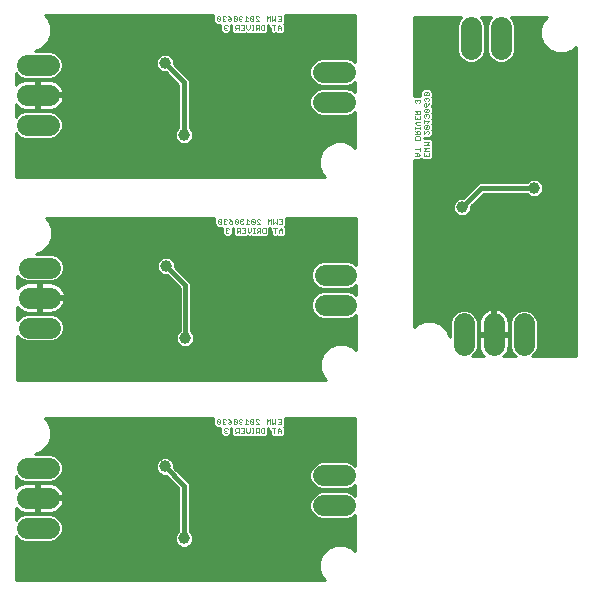
<source format=gbl>
G75*
G70*
%OFA0B0*%
%FSLAX24Y24*%
%IPPOS*%
%LPD*%
%AMOC8*
5,1,8,0,0,1.08239X$1,22.5*
%
%ADD10C,0.0040*%
%ADD11C,0.0709*%
%ADD12C,0.0100*%
%ADD13C,0.0396*%
%ADD14C,0.0160*%
D10*
X015513Y014485D02*
X015540Y014458D01*
X015593Y014458D01*
X015620Y014485D01*
X015566Y014538D02*
X015540Y014538D01*
X015513Y014512D01*
X015513Y014485D01*
X015540Y014538D02*
X015513Y014565D01*
X015513Y014592D01*
X015540Y014618D01*
X015593Y014618D01*
X015620Y014592D01*
X015663Y014758D02*
X015636Y014785D01*
X015636Y014812D01*
X015663Y014838D01*
X015743Y014838D01*
X015743Y014785D01*
X015716Y014758D01*
X015663Y014758D01*
X015558Y014785D02*
X015532Y014758D01*
X015478Y014758D01*
X015452Y014785D01*
X015452Y014812D01*
X015478Y014838D01*
X015505Y014838D01*
X015478Y014838D02*
X015452Y014865D01*
X015452Y014892D01*
X015478Y014918D01*
X015532Y014918D01*
X015558Y014892D01*
X015636Y014918D02*
X015689Y014892D01*
X015743Y014838D01*
X015820Y014785D02*
X015847Y014758D01*
X015900Y014758D01*
X015927Y014785D01*
X015820Y014892D01*
X015820Y014785D01*
X015820Y014892D02*
X015847Y014918D01*
X015900Y014918D01*
X015927Y014892D01*
X015927Y014785D01*
X016004Y014785D02*
X016031Y014758D01*
X016084Y014758D01*
X016111Y014785D01*
X016058Y014838D02*
X016031Y014838D01*
X016004Y014812D01*
X016004Y014785D01*
X016031Y014838D02*
X016004Y014865D01*
X016004Y014892D01*
X016031Y014918D01*
X016084Y014918D01*
X016111Y014892D01*
X016242Y014918D02*
X016242Y014758D01*
X016295Y014758D02*
X016188Y014758D01*
X016172Y014618D02*
X016172Y014458D01*
X016066Y014458D01*
X015988Y014458D02*
X015988Y014618D01*
X015908Y014618D01*
X015881Y014592D01*
X015881Y014538D01*
X015908Y014512D01*
X015988Y014512D01*
X015935Y014512D02*
X015881Y014458D01*
X016066Y014618D02*
X016172Y014618D01*
X016250Y014618D02*
X016250Y014512D01*
X016303Y014458D01*
X016356Y014512D01*
X016356Y014618D01*
X016426Y014618D02*
X016479Y014618D01*
X016453Y014618D02*
X016453Y014458D01*
X016479Y014458D02*
X016426Y014458D01*
X016557Y014458D02*
X016610Y014512D01*
X016583Y014512D02*
X016663Y014512D01*
X016663Y014458D02*
X016663Y014618D01*
X016583Y014618D01*
X016557Y014592D01*
X016557Y014538D01*
X016583Y014512D01*
X016741Y014485D02*
X016741Y014592D01*
X016767Y014618D01*
X016848Y014618D01*
X016848Y014458D01*
X016767Y014458D01*
X016741Y014485D01*
X016663Y014758D02*
X016557Y014865D01*
X016557Y014892D01*
X016583Y014918D01*
X016637Y014918D01*
X016663Y014892D01*
X016663Y014758D02*
X016557Y014758D01*
X016479Y014785D02*
X016372Y014892D01*
X016372Y014785D01*
X016399Y014758D01*
X016453Y014758D01*
X016479Y014785D01*
X016479Y014892D01*
X016453Y014918D01*
X016399Y014918D01*
X016372Y014892D01*
X016295Y014865D02*
X016242Y014918D01*
X016172Y014538D02*
X016119Y014538D01*
X015374Y014785D02*
X015268Y014892D01*
X015268Y014785D01*
X015294Y014758D01*
X015348Y014758D01*
X015374Y014785D01*
X015374Y014892D01*
X015348Y014918D01*
X015294Y014918D01*
X015268Y014892D01*
X016925Y014918D02*
X016925Y014758D01*
X017032Y014758D02*
X017032Y014918D01*
X016978Y014865D01*
X016925Y014918D01*
X017109Y014918D02*
X017109Y014758D01*
X017162Y014812D01*
X017216Y014758D01*
X017216Y014918D01*
X017293Y014918D02*
X017400Y014918D01*
X017400Y014758D01*
X017293Y014758D01*
X017347Y014838D02*
X017400Y014838D01*
X017347Y014618D02*
X017293Y014565D01*
X017293Y014458D01*
X017293Y014538D02*
X017400Y014538D01*
X017400Y014565D02*
X017347Y014618D01*
X017400Y014565D02*
X017400Y014458D01*
X017162Y014458D02*
X017162Y014618D01*
X017109Y014618D02*
X017216Y014618D01*
X017202Y021138D02*
X017202Y021298D01*
X017149Y021298D02*
X017256Y021298D01*
X017333Y021245D02*
X017333Y021138D01*
X017333Y021218D02*
X017440Y021218D01*
X017440Y021245D02*
X017387Y021298D01*
X017333Y021245D01*
X017440Y021245D02*
X017440Y021138D01*
X017440Y021438D02*
X017333Y021438D01*
X017256Y021438D02*
X017202Y021492D01*
X017149Y021438D01*
X017149Y021598D01*
X017072Y021598D02*
X017018Y021545D01*
X016965Y021598D01*
X016965Y021438D01*
X017072Y021438D02*
X017072Y021598D01*
X017256Y021598D02*
X017256Y021438D01*
X017387Y021518D02*
X017440Y021518D01*
X017440Y021598D02*
X017440Y021438D01*
X017440Y021598D02*
X017333Y021598D01*
X016888Y021298D02*
X016807Y021298D01*
X016781Y021272D01*
X016781Y021165D01*
X016807Y021138D01*
X016888Y021138D01*
X016888Y021298D01*
X016703Y021298D02*
X016623Y021298D01*
X016597Y021272D01*
X016597Y021218D01*
X016623Y021192D01*
X016703Y021192D01*
X016650Y021192D02*
X016597Y021138D01*
X016519Y021138D02*
X016466Y021138D01*
X016493Y021138D02*
X016493Y021298D01*
X016519Y021298D02*
X016466Y021298D01*
X016396Y021298D02*
X016396Y021192D01*
X016343Y021138D01*
X016290Y021192D01*
X016290Y021298D01*
X016212Y021298D02*
X016212Y021138D01*
X016106Y021138D01*
X016028Y021138D02*
X016028Y021298D01*
X015948Y021298D01*
X015921Y021272D01*
X015921Y021218D01*
X015948Y021192D01*
X016028Y021192D01*
X015975Y021192D02*
X015921Y021138D01*
X016106Y021298D02*
X016212Y021298D01*
X016212Y021218D02*
X016159Y021218D01*
X016124Y021438D02*
X016151Y021465D01*
X016124Y021438D02*
X016071Y021438D01*
X016044Y021465D01*
X016044Y021492D01*
X016071Y021518D01*
X016098Y021518D01*
X016071Y021518D02*
X016044Y021545D01*
X016044Y021572D01*
X016071Y021598D01*
X016124Y021598D01*
X016151Y021572D01*
X016282Y021598D02*
X016282Y021438D01*
X016335Y021438D02*
X016228Y021438D01*
X016335Y021545D02*
X016282Y021598D01*
X016412Y021572D02*
X016519Y021465D01*
X016493Y021438D01*
X016439Y021438D01*
X016412Y021465D01*
X016412Y021572D01*
X016439Y021598D01*
X016493Y021598D01*
X016519Y021572D01*
X016519Y021465D01*
X016597Y021438D02*
X016703Y021438D01*
X016597Y021545D01*
X016597Y021572D01*
X016623Y021598D01*
X016677Y021598D01*
X016703Y021572D01*
X016703Y021298D02*
X016703Y021138D01*
X015967Y021465D02*
X015860Y021572D01*
X015860Y021465D01*
X015887Y021438D01*
X015940Y021438D01*
X015967Y021465D01*
X015967Y021572D01*
X015940Y021598D01*
X015887Y021598D01*
X015860Y021572D01*
X015783Y021518D02*
X015703Y021518D01*
X015676Y021492D01*
X015676Y021465D01*
X015703Y021438D01*
X015756Y021438D01*
X015783Y021465D01*
X015783Y021518D01*
X015729Y021572D01*
X015676Y021598D01*
X015598Y021572D02*
X015572Y021598D01*
X015518Y021598D01*
X015492Y021572D01*
X015492Y021545D01*
X015518Y021518D01*
X015492Y021492D01*
X015492Y021465D01*
X015518Y021438D01*
X015572Y021438D01*
X015598Y021465D01*
X015545Y021518D02*
X015518Y021518D01*
X015414Y021465D02*
X015308Y021572D01*
X015308Y021465D01*
X015334Y021438D01*
X015388Y021438D01*
X015414Y021465D01*
X015414Y021572D01*
X015388Y021598D01*
X015334Y021598D01*
X015308Y021572D01*
X015580Y021298D02*
X015553Y021272D01*
X015553Y021245D01*
X015580Y021218D01*
X015553Y021192D01*
X015553Y021165D01*
X015580Y021138D01*
X015633Y021138D01*
X015660Y021165D01*
X015606Y021218D02*
X015580Y021218D01*
X015580Y021298D02*
X015633Y021298D01*
X015660Y021272D01*
X021870Y023688D02*
X021977Y023688D01*
X022030Y023742D01*
X021977Y023795D01*
X021870Y023795D01*
X021950Y023795D02*
X021950Y023688D01*
X022030Y023873D02*
X022030Y023979D01*
X022030Y023926D02*
X021870Y023926D01*
X022170Y023979D02*
X022330Y023979D01*
X022330Y024057D02*
X022277Y024110D01*
X022330Y024163D01*
X022170Y024163D01*
X022170Y024057D02*
X022330Y024057D01*
X022223Y023926D02*
X022170Y023979D01*
X022223Y023926D02*
X022170Y023873D01*
X022330Y023873D01*
X022330Y023795D02*
X022330Y023688D01*
X022170Y023688D01*
X022170Y023795D01*
X022250Y023742D02*
X022250Y023688D01*
X022030Y024241D02*
X021870Y024241D01*
X021870Y024321D01*
X021897Y024348D01*
X022003Y024348D01*
X022030Y024321D01*
X022030Y024241D01*
X022030Y024425D02*
X021870Y024425D01*
X021923Y024425D02*
X021923Y024505D01*
X021950Y024532D01*
X022003Y024532D01*
X022030Y024505D01*
X022030Y024425D01*
X021923Y024478D02*
X021870Y024532D01*
X021870Y024609D02*
X021870Y024663D01*
X021870Y024636D02*
X022030Y024636D01*
X022030Y024609D02*
X022030Y024663D01*
X022030Y024732D02*
X021923Y024732D01*
X021870Y024785D01*
X021923Y024839D01*
X022030Y024839D01*
X022030Y024916D02*
X021870Y024916D01*
X021870Y025023D01*
X021870Y025100D02*
X022030Y025100D01*
X022030Y025180D01*
X022003Y025207D01*
X021950Y025207D01*
X021923Y025180D01*
X021923Y025100D01*
X021923Y025154D02*
X021870Y025207D01*
X022030Y025023D02*
X022030Y024916D01*
X021950Y024916D02*
X021950Y024969D01*
X022170Y025004D02*
X022197Y024978D01*
X022170Y025004D02*
X022170Y025058D01*
X022197Y025084D01*
X022223Y025084D01*
X022250Y025058D01*
X022250Y025031D01*
X022250Y025058D02*
X022277Y025084D01*
X022303Y025084D01*
X022330Y025058D01*
X022330Y025004D01*
X022303Y024978D01*
X022330Y024847D02*
X022170Y024847D01*
X022170Y024900D02*
X022170Y024793D01*
X022197Y024716D02*
X022170Y024689D01*
X022170Y024636D01*
X022197Y024609D01*
X022303Y024716D01*
X022197Y024716D01*
X022303Y024716D02*
X022330Y024689D01*
X022330Y024636D01*
X022303Y024609D01*
X022197Y024609D01*
X022170Y024532D02*
X022170Y024425D01*
X022277Y024532D01*
X022303Y024532D01*
X022330Y024505D01*
X022330Y024452D01*
X022303Y024425D01*
X022277Y024793D02*
X022330Y024847D01*
X022303Y025162D02*
X022197Y025162D01*
X022303Y025268D01*
X022197Y025268D01*
X022170Y025242D01*
X022170Y025188D01*
X022197Y025162D01*
X022303Y025162D02*
X022330Y025188D01*
X022330Y025242D01*
X022303Y025268D01*
X022250Y025346D02*
X022250Y025426D01*
X022223Y025453D01*
X022197Y025453D01*
X022170Y025426D01*
X022170Y025373D01*
X022197Y025346D01*
X022250Y025346D01*
X022303Y025399D01*
X022330Y025453D01*
X022303Y025530D02*
X022330Y025557D01*
X022330Y025610D01*
X022303Y025637D01*
X022277Y025637D01*
X022250Y025610D01*
X022223Y025637D01*
X022197Y025637D01*
X022170Y025610D01*
X022170Y025557D01*
X022197Y025530D01*
X022250Y025583D02*
X022250Y025610D01*
X022197Y025714D02*
X022303Y025821D01*
X022197Y025821D01*
X022170Y025794D01*
X022170Y025741D01*
X022197Y025714D01*
X022303Y025714D01*
X022330Y025741D01*
X022330Y025794D01*
X022303Y025821D01*
X022030Y025549D02*
X022003Y025575D01*
X021977Y025575D01*
X021950Y025549D01*
X021923Y025575D01*
X021897Y025575D01*
X021870Y025549D01*
X021870Y025495D01*
X021897Y025469D01*
X021950Y025522D02*
X021950Y025549D01*
X022030Y025549D02*
X022030Y025495D01*
X022003Y025469D01*
X017400Y027898D02*
X017400Y028005D01*
X017347Y028058D01*
X017293Y028005D01*
X017293Y027898D01*
X017293Y027978D02*
X017400Y027978D01*
X017216Y028058D02*
X017109Y028058D01*
X017162Y028058D02*
X017162Y027898D01*
X017109Y028198D02*
X017109Y028358D01*
X017032Y028358D02*
X016978Y028305D01*
X016925Y028358D01*
X016925Y028198D01*
X017032Y028198D02*
X017032Y028358D01*
X017162Y028252D02*
X017109Y028198D01*
X017162Y028252D02*
X017216Y028198D01*
X017216Y028358D01*
X017293Y028358D02*
X017400Y028358D01*
X017400Y028198D01*
X017293Y028198D01*
X017347Y028278D02*
X017400Y028278D01*
X016848Y028058D02*
X016848Y027898D01*
X016767Y027898D01*
X016741Y027925D01*
X016741Y028032D01*
X016767Y028058D01*
X016848Y028058D01*
X016663Y028058D02*
X016583Y028058D01*
X016557Y028032D01*
X016557Y027978D01*
X016583Y027952D01*
X016663Y027952D01*
X016610Y027952D02*
X016557Y027898D01*
X016479Y027898D02*
X016426Y027898D01*
X016453Y027898D02*
X016453Y028058D01*
X016479Y028058D02*
X016426Y028058D01*
X016356Y028058D02*
X016356Y027952D01*
X016303Y027898D01*
X016250Y027952D01*
X016250Y028058D01*
X016172Y028058D02*
X016172Y027898D01*
X016066Y027898D01*
X015988Y027898D02*
X015988Y028058D01*
X015908Y028058D01*
X015881Y028032D01*
X015881Y027978D01*
X015908Y027952D01*
X015988Y027952D01*
X015935Y027952D02*
X015881Y027898D01*
X016066Y028058D02*
X016172Y028058D01*
X016172Y027978D02*
X016119Y027978D01*
X016084Y028198D02*
X016111Y028225D01*
X016084Y028198D02*
X016031Y028198D01*
X016004Y028225D01*
X016004Y028252D01*
X016031Y028278D01*
X016058Y028278D01*
X016031Y028278D02*
X016004Y028305D01*
X016004Y028332D01*
X016031Y028358D01*
X016084Y028358D01*
X016111Y028332D01*
X016242Y028358D02*
X016242Y028198D01*
X016295Y028198D02*
X016188Y028198D01*
X016295Y028305D02*
X016242Y028358D01*
X016372Y028332D02*
X016479Y028225D01*
X016453Y028198D01*
X016399Y028198D01*
X016372Y028225D01*
X016372Y028332D01*
X016399Y028358D01*
X016453Y028358D01*
X016479Y028332D01*
X016479Y028225D01*
X016557Y028198D02*
X016663Y028198D01*
X016557Y028305D01*
X016557Y028332D01*
X016583Y028358D01*
X016637Y028358D01*
X016663Y028332D01*
X016663Y028058D02*
X016663Y027898D01*
X015927Y028225D02*
X015927Y028332D01*
X015900Y028358D01*
X015847Y028358D01*
X015820Y028332D01*
X015927Y028225D01*
X015900Y028198D01*
X015847Y028198D01*
X015820Y028225D01*
X015820Y028332D01*
X015743Y028278D02*
X015663Y028278D01*
X015636Y028252D01*
X015636Y028225D01*
X015663Y028198D01*
X015716Y028198D01*
X015743Y028225D01*
X015743Y028278D01*
X015689Y028332D01*
X015636Y028358D01*
X015558Y028332D02*
X015532Y028358D01*
X015478Y028358D01*
X015452Y028332D01*
X015452Y028305D01*
X015478Y028278D01*
X015452Y028252D01*
X015452Y028225D01*
X015478Y028198D01*
X015532Y028198D01*
X015558Y028225D01*
X015505Y028278D02*
X015478Y028278D01*
X015374Y028225D02*
X015268Y028332D01*
X015268Y028225D01*
X015294Y028198D01*
X015348Y028198D01*
X015374Y028225D01*
X015374Y028332D01*
X015348Y028358D01*
X015294Y028358D01*
X015268Y028332D01*
X015540Y028058D02*
X015513Y028032D01*
X015513Y028005D01*
X015540Y027978D01*
X015513Y027952D01*
X015513Y027925D01*
X015540Y027898D01*
X015593Y027898D01*
X015620Y027925D01*
X015566Y027978D02*
X015540Y027978D01*
X015540Y028058D02*
X015593Y028058D01*
X015620Y028032D01*
D11*
X018816Y026488D02*
X019524Y026488D01*
X019524Y025488D02*
X018816Y025488D01*
X023740Y027274D02*
X023740Y027983D01*
X024740Y027983D02*
X024740Y027274D01*
X019564Y019728D02*
X018856Y019728D01*
X018856Y018728D02*
X019564Y018728D01*
X023490Y018113D02*
X023490Y017404D01*
X024490Y017404D02*
X024490Y018113D01*
X025490Y018113D02*
X025490Y017404D01*
X019524Y013048D02*
X018816Y013048D01*
X018816Y012048D02*
X019524Y012048D01*
X009654Y012298D02*
X008946Y012298D01*
X008946Y013298D02*
X009654Y013298D01*
X009654Y011298D02*
X008946Y011298D01*
X008986Y017978D02*
X009694Y017978D01*
X009694Y018978D02*
X008986Y018978D01*
X008986Y019978D02*
X009694Y019978D01*
X009654Y024738D02*
X008946Y024738D01*
X008946Y025738D02*
X009654Y025738D01*
X009654Y026738D02*
X008946Y026738D01*
D12*
X008555Y011032D02*
X008555Y009553D01*
X018872Y009553D01*
X018771Y009655D01*
X018665Y009910D01*
X018665Y010187D01*
X018771Y010442D01*
X018966Y010637D01*
X019222Y010743D01*
X019498Y010743D01*
X019754Y010637D01*
X019856Y010535D01*
X019856Y011723D01*
X019787Y011655D01*
X019617Y011584D01*
X018723Y011584D01*
X018553Y011655D01*
X018422Y011785D01*
X018351Y011956D01*
X018351Y012141D01*
X018422Y012311D01*
X018553Y012442D01*
X018723Y012513D01*
X019617Y012513D01*
X019787Y012442D01*
X019856Y012373D01*
X019856Y012723D01*
X019787Y012655D01*
X019617Y012584D01*
X018723Y012584D01*
X018553Y012655D01*
X018422Y012785D01*
X018351Y012956D01*
X018351Y013141D01*
X018422Y013311D01*
X018553Y013442D01*
X018723Y013513D01*
X019617Y013513D01*
X019787Y013442D01*
X019856Y013373D01*
X019856Y014949D01*
X017530Y014949D01*
X017530Y014704D01*
X017487Y014662D01*
X017530Y014619D01*
X017530Y014567D01*
X017530Y014404D01*
X017454Y014328D01*
X017239Y014328D01*
X017228Y014340D01*
X017216Y014328D01*
X017109Y014328D01*
X017032Y014404D01*
X017032Y014511D01*
X016979Y014565D01*
X016979Y014628D01*
X016978Y014628D01*
X016978Y014404D01*
X016901Y014328D01*
X016372Y014328D01*
X016364Y014336D01*
X016357Y014328D01*
X016249Y014328D01*
X016238Y014340D01*
X016226Y014328D01*
X015828Y014328D01*
X015751Y014404D01*
X015751Y014628D01*
X015750Y014628D01*
X015750Y014431D01*
X015647Y014328D01*
X015486Y014328D01*
X015410Y014404D01*
X015383Y014431D01*
X015383Y014628D01*
X015240Y014628D01*
X015164Y014704D01*
X015138Y014731D01*
X015138Y014946D01*
X015141Y014949D01*
X009532Y014949D01*
X009639Y014842D01*
X009745Y014587D01*
X009745Y014310D01*
X009639Y014055D01*
X009444Y013859D01*
X009211Y013763D01*
X009747Y013763D01*
X009917Y013692D01*
X010048Y013561D01*
X010119Y013391D01*
X010119Y013206D01*
X010048Y013035D01*
X009917Y012905D01*
X009747Y012834D01*
X008853Y012834D01*
X008683Y012905D01*
X008555Y013032D01*
X008555Y012619D01*
X008561Y012627D01*
X008617Y012683D01*
X008681Y012730D01*
X008752Y012766D01*
X008828Y012790D01*
X008906Y012803D01*
X009250Y012803D01*
X009250Y012348D01*
X009350Y012348D01*
X010157Y012348D01*
X010146Y012416D01*
X010122Y012492D01*
X010086Y012563D01*
X010039Y012627D01*
X009983Y012683D01*
X009919Y012730D01*
X009848Y012766D01*
X009772Y012790D01*
X009694Y012803D01*
X009350Y012803D01*
X009350Y012348D01*
X009350Y012248D01*
X009350Y011794D01*
X009694Y011794D01*
X009772Y011806D01*
X009848Y011831D01*
X009919Y011867D01*
X009983Y011914D01*
X010039Y011970D01*
X010086Y012034D01*
X010122Y012105D01*
X010146Y012180D01*
X010157Y012248D01*
X009350Y012248D01*
X009250Y012248D01*
X009250Y011794D01*
X008906Y011794D01*
X008828Y011806D01*
X008752Y011831D01*
X008681Y011867D01*
X008617Y011914D01*
X008561Y011970D01*
X008555Y011978D01*
X008555Y011564D01*
X008683Y011692D01*
X008853Y011763D01*
X009747Y011763D01*
X009917Y011692D01*
X010048Y011561D01*
X010119Y011391D01*
X010119Y011206D01*
X010048Y011035D01*
X009917Y010905D01*
X009747Y010834D01*
X008853Y010834D01*
X008683Y010905D01*
X008555Y011032D01*
X008555Y010973D02*
X008615Y010973D01*
X008555Y010874D02*
X008756Y010874D01*
X008555Y010776D02*
X013908Y010776D01*
X013909Y010774D02*
X013995Y010687D01*
X014109Y010640D01*
X014231Y010640D01*
X014345Y010687D01*
X014431Y010774D01*
X014478Y010887D01*
X014478Y011010D01*
X014431Y011123D01*
X014360Y011194D01*
X014360Y012787D01*
X013838Y013309D01*
X013838Y013410D01*
X013791Y013523D01*
X013705Y013609D01*
X013591Y013656D01*
X013469Y013656D01*
X013355Y013609D01*
X013269Y013523D01*
X013222Y013410D01*
X013222Y013287D01*
X013269Y013174D01*
X013355Y013087D01*
X013469Y013040D01*
X013569Y013040D01*
X013980Y012630D01*
X013980Y011194D01*
X013909Y011123D01*
X013862Y011010D01*
X013862Y010887D01*
X013909Y010774D01*
X013867Y010874D02*
X009844Y010874D01*
X009985Y010973D02*
X013862Y010973D01*
X013887Y011071D02*
X010063Y011071D01*
X010104Y011170D02*
X013956Y011170D01*
X013980Y011268D02*
X010119Y011268D01*
X010119Y011367D02*
X013980Y011367D01*
X013980Y011465D02*
X010088Y011465D01*
X010045Y011564D02*
X013980Y011564D01*
X013980Y011662D02*
X009947Y011662D01*
X009904Y011859D02*
X013980Y011859D01*
X013980Y011761D02*
X009751Y011761D01*
X010027Y011958D02*
X013980Y011958D01*
X013980Y012056D02*
X010097Y012056D01*
X010138Y012155D02*
X013980Y012155D01*
X013980Y012253D02*
X009350Y012253D01*
X009350Y012155D02*
X009250Y012155D01*
X009250Y012056D02*
X009350Y012056D01*
X009350Y011958D02*
X009250Y011958D01*
X009250Y011859D02*
X009350Y011859D01*
X009350Y012352D02*
X009250Y012352D01*
X009250Y012450D02*
X009350Y012450D01*
X009350Y012549D02*
X009250Y012549D01*
X009250Y012647D02*
X009350Y012647D01*
X009350Y012746D02*
X009250Y012746D01*
X009772Y012844D02*
X013765Y012844D01*
X013864Y012746D02*
X009887Y012746D01*
X010019Y012647D02*
X013962Y012647D01*
X013980Y012549D02*
X010093Y012549D01*
X010135Y012450D02*
X013980Y012450D01*
X013980Y012352D02*
X010156Y012352D01*
X009956Y012943D02*
X013667Y012943D01*
X013466Y013041D02*
X010050Y013041D01*
X010091Y013140D02*
X013303Y013140D01*
X013242Y013238D02*
X010119Y013238D01*
X010119Y013337D02*
X013222Y013337D01*
X013233Y013435D02*
X010100Y013435D01*
X010059Y013534D02*
X013280Y013534D01*
X013411Y013632D02*
X009977Y013632D01*
X009824Y013731D02*
X019856Y013731D01*
X019856Y013829D02*
X009372Y013829D01*
X009512Y013928D02*
X019856Y013928D01*
X019856Y014026D02*
X009611Y014026D01*
X009668Y014125D02*
X019856Y014125D01*
X019856Y014223D02*
X009709Y014223D01*
X009745Y014322D02*
X019856Y014322D01*
X019856Y014420D02*
X017530Y014420D01*
X017530Y014519D02*
X019856Y014519D01*
X019856Y014617D02*
X017530Y014617D01*
X017530Y014716D02*
X019856Y014716D01*
X019856Y014814D02*
X017530Y014814D01*
X017530Y014913D02*
X019856Y014913D01*
X018912Y016233D02*
X008595Y016233D01*
X008595Y017712D01*
X008723Y017585D01*
X008893Y017514D01*
X009787Y017514D01*
X009957Y017585D01*
X010088Y017715D01*
X010159Y017886D01*
X010159Y018071D01*
X010088Y018241D01*
X009957Y018372D01*
X009787Y018443D01*
X008893Y018443D01*
X008723Y018372D01*
X008595Y018244D01*
X008595Y018658D01*
X008601Y018650D01*
X008657Y018594D01*
X008721Y018547D01*
X008792Y018511D01*
X008868Y018486D01*
X008946Y018474D01*
X009290Y018474D01*
X009290Y018928D01*
X009390Y018928D01*
X009390Y018474D01*
X009734Y018474D01*
X009812Y018486D01*
X009888Y018511D01*
X009959Y018547D01*
X010023Y018594D01*
X010079Y018650D01*
X010126Y018714D01*
X010162Y018785D01*
X010186Y018860D01*
X010197Y018928D01*
X009390Y018928D01*
X009390Y019028D01*
X010197Y019028D01*
X010186Y019096D01*
X010162Y019172D01*
X010126Y019243D01*
X010079Y019307D01*
X010023Y019363D01*
X009959Y019410D01*
X009888Y019446D01*
X009812Y019470D01*
X009734Y019483D01*
X009390Y019483D01*
X009390Y019028D01*
X009290Y019028D01*
X009290Y019483D01*
X008946Y019483D01*
X008868Y019470D01*
X008792Y019446D01*
X008721Y019410D01*
X008657Y019363D01*
X008601Y019307D01*
X008595Y019299D01*
X008595Y019712D01*
X008723Y019585D01*
X008893Y019514D01*
X009787Y019514D01*
X009957Y019585D01*
X010088Y019715D01*
X010159Y019886D01*
X010159Y020071D01*
X010088Y020241D01*
X009957Y020372D01*
X009787Y020443D01*
X009251Y020443D01*
X009484Y020539D01*
X009679Y020735D01*
X009785Y020990D01*
X009785Y021267D01*
X009679Y021522D01*
X009572Y021629D01*
X015181Y021629D01*
X015178Y021626D01*
X015178Y021411D01*
X015204Y021384D01*
X015280Y021308D01*
X015423Y021308D01*
X015423Y021111D01*
X015450Y021084D01*
X015526Y021008D01*
X015687Y021008D01*
X015790Y021111D01*
X015790Y021308D01*
X015791Y021308D01*
X015791Y021084D01*
X015868Y021008D01*
X016266Y021008D01*
X016278Y021020D01*
X016278Y021020D01*
X016289Y021008D01*
X016397Y021008D01*
X016404Y021016D01*
X016412Y021008D01*
X016941Y021008D01*
X017018Y021084D01*
X017018Y021308D01*
X017019Y021308D01*
X017019Y021245D01*
X017072Y021191D01*
X017072Y021084D01*
X017149Y021008D01*
X017256Y021008D01*
X017268Y021020D01*
X017279Y021008D01*
X017494Y021008D01*
X017570Y021084D01*
X017570Y021247D01*
X017570Y021299D01*
X017527Y021342D01*
X017570Y021384D01*
X017570Y021629D01*
X019896Y021629D01*
X019896Y020053D01*
X019827Y020122D01*
X019657Y020193D01*
X018763Y020193D01*
X018593Y020122D01*
X018462Y019991D01*
X018391Y019821D01*
X018391Y019636D01*
X018462Y019465D01*
X018593Y019335D01*
X018763Y019264D01*
X019657Y019264D01*
X019827Y019335D01*
X019896Y019403D01*
X019896Y019053D01*
X019827Y019122D01*
X019657Y019193D01*
X018763Y019193D01*
X018593Y019122D01*
X018462Y018991D01*
X018391Y018821D01*
X018391Y018636D01*
X018462Y018465D01*
X018593Y018335D01*
X018763Y018264D01*
X019657Y018264D01*
X019827Y018335D01*
X019896Y018403D01*
X019896Y017215D01*
X019794Y017317D01*
X019538Y017423D01*
X019262Y017423D01*
X019006Y017317D01*
X018811Y017122D01*
X018705Y016867D01*
X018705Y016590D01*
X018811Y016335D01*
X018912Y016233D01*
X018854Y016292D02*
X008595Y016292D01*
X008595Y016390D02*
X018788Y016390D01*
X018747Y016489D02*
X008595Y016489D01*
X008595Y016587D02*
X018706Y016587D01*
X018705Y016686D02*
X008595Y016686D01*
X008595Y016784D02*
X018705Y016784D01*
X018712Y016883D02*
X008595Y016883D01*
X008595Y016981D02*
X018753Y016981D01*
X018793Y017080D02*
X008595Y017080D01*
X008595Y017178D02*
X018867Y017178D01*
X018966Y017277D02*
X008595Y017277D01*
X008595Y017375D02*
X014027Y017375D01*
X014035Y017367D02*
X014149Y017320D01*
X014271Y017320D01*
X014385Y017367D01*
X014471Y017454D01*
X014518Y017567D01*
X014518Y017690D01*
X014471Y017803D01*
X014400Y017874D01*
X014400Y019467D01*
X013878Y019989D01*
X013878Y020090D01*
X013831Y020203D01*
X013745Y020289D01*
X013631Y020336D01*
X013509Y020336D01*
X013395Y020289D01*
X013309Y020203D01*
X013262Y020090D01*
X013262Y019967D01*
X013309Y019854D01*
X013395Y019767D01*
X013509Y019720D01*
X013609Y019720D01*
X014020Y019310D01*
X014020Y017874D01*
X013949Y017803D01*
X013902Y017690D01*
X013902Y017567D01*
X013949Y017454D01*
X014035Y017367D01*
X013940Y017474D02*
X008595Y017474D01*
X008595Y017572D02*
X008752Y017572D01*
X008636Y017671D02*
X008595Y017671D01*
X008595Y018262D02*
X008613Y018262D01*
X008595Y018360D02*
X008711Y018360D01*
X008595Y018459D02*
X014020Y018459D01*
X014020Y018557D02*
X009973Y018557D01*
X010083Y018656D02*
X014020Y018656D01*
X014020Y018754D02*
X010146Y018754D01*
X010184Y018853D02*
X014020Y018853D01*
X014020Y018951D02*
X009390Y018951D01*
X009390Y018853D02*
X009290Y018853D01*
X009290Y018754D02*
X009390Y018754D01*
X009390Y018656D02*
X009290Y018656D01*
X009290Y018557D02*
X009390Y018557D01*
X009390Y019050D02*
X009290Y019050D01*
X009290Y019148D02*
X009390Y019148D01*
X009390Y019247D02*
X009290Y019247D01*
X009290Y019345D02*
X009390Y019345D01*
X009390Y019444D02*
X009290Y019444D01*
X009855Y019542D02*
X013787Y019542D01*
X013886Y019444D02*
X009892Y019444D01*
X010041Y019345D02*
X013984Y019345D01*
X014020Y019247D02*
X010123Y019247D01*
X010169Y019148D02*
X014020Y019148D01*
X014020Y019050D02*
X010194Y019050D01*
X010014Y019641D02*
X013689Y019641D01*
X013463Y019739D02*
X010098Y019739D01*
X010139Y019838D02*
X013325Y019838D01*
X013275Y019936D02*
X010159Y019936D01*
X010159Y020035D02*
X013262Y020035D01*
X013280Y020133D02*
X010133Y020133D01*
X010092Y020232D02*
X013338Y020232D01*
X013494Y020330D02*
X009999Y020330D01*
X009820Y020429D02*
X019896Y020429D01*
X019896Y020527D02*
X009455Y020527D01*
X009570Y020626D02*
X019896Y020626D01*
X019896Y020724D02*
X009669Y020724D01*
X009716Y020823D02*
X019896Y020823D01*
X019896Y020921D02*
X009757Y020921D01*
X009785Y021020D02*
X015514Y021020D01*
X015423Y021118D02*
X009785Y021118D01*
X009785Y021217D02*
X015423Y021217D01*
X015273Y021315D02*
X009765Y021315D01*
X009724Y021414D02*
X015178Y021414D01*
X015178Y021512D02*
X009683Y021512D01*
X009590Y021611D02*
X015178Y021611D01*
X015790Y021217D02*
X015791Y021217D01*
X015790Y021118D02*
X015791Y021118D01*
X015856Y021020D02*
X015699Y021020D01*
X016953Y021020D02*
X017137Y021020D01*
X017072Y021118D02*
X017018Y021118D01*
X017018Y021217D02*
X017047Y021217D01*
X017268Y021020D02*
X017268Y021020D01*
X017505Y021020D02*
X019896Y021020D01*
X019896Y021118D02*
X017570Y021118D01*
X017570Y021217D02*
X019896Y021217D01*
X019896Y021315D02*
X017554Y021315D01*
X017570Y021414D02*
X019896Y021414D01*
X019896Y021512D02*
X017570Y021512D01*
X017570Y021611D02*
X019896Y021611D01*
X019896Y020330D02*
X013646Y020330D01*
X013802Y020232D02*
X019896Y020232D01*
X019896Y020133D02*
X019800Y020133D01*
X019838Y019345D02*
X019896Y019345D01*
X019896Y019247D02*
X014400Y019247D01*
X014400Y019345D02*
X018582Y019345D01*
X018483Y019444D02*
X014400Y019444D01*
X014325Y019542D02*
X018430Y019542D01*
X018391Y019641D02*
X014226Y019641D01*
X014128Y019739D02*
X018391Y019739D01*
X018398Y019838D02*
X014029Y019838D01*
X013931Y019936D02*
X018439Y019936D01*
X018506Y020035D02*
X013878Y020035D01*
X013860Y020133D02*
X018620Y020133D01*
X018656Y019148D02*
X014400Y019148D01*
X014400Y019050D02*
X018521Y019050D01*
X018445Y018951D02*
X014400Y018951D01*
X014400Y018853D02*
X018405Y018853D01*
X018391Y018754D02*
X014400Y018754D01*
X014400Y018656D02*
X018391Y018656D01*
X018424Y018557D02*
X014400Y018557D01*
X014400Y018459D02*
X018468Y018459D01*
X018567Y018360D02*
X014400Y018360D01*
X014400Y018262D02*
X019896Y018262D01*
X019896Y018360D02*
X019853Y018360D01*
X019896Y018163D02*
X014400Y018163D01*
X014400Y018065D02*
X019896Y018065D01*
X019896Y017966D02*
X014400Y017966D01*
X014406Y017868D02*
X019896Y017868D01*
X019896Y017769D02*
X014485Y017769D01*
X014518Y017671D02*
X019896Y017671D01*
X019896Y017572D02*
X014518Y017572D01*
X014480Y017474D02*
X019896Y017474D01*
X019896Y017375D02*
X019654Y017375D01*
X019834Y017277D02*
X019896Y017277D01*
X019146Y017375D02*
X014393Y017375D01*
X013902Y017572D02*
X009928Y017572D01*
X010044Y017671D02*
X013902Y017671D01*
X013935Y017769D02*
X010110Y017769D01*
X010151Y017868D02*
X014014Y017868D01*
X014020Y017966D02*
X010159Y017966D01*
X010159Y018065D02*
X014020Y018065D01*
X014020Y018163D02*
X010120Y018163D01*
X010067Y018262D02*
X014020Y018262D01*
X014020Y018360D02*
X009969Y018360D01*
X008707Y018557D02*
X008595Y018557D01*
X008595Y018656D02*
X008597Y018656D01*
X008595Y019345D02*
X008639Y019345D01*
X008595Y019444D02*
X008788Y019444D01*
X008825Y019542D02*
X008595Y019542D01*
X008595Y019641D02*
X008666Y019641D01*
X008555Y022993D02*
X008555Y024472D01*
X008683Y024345D01*
X008853Y024274D01*
X009747Y024274D01*
X009917Y024345D01*
X010048Y024475D01*
X010119Y024646D01*
X010119Y024831D01*
X010048Y025001D01*
X009917Y025132D01*
X009747Y025203D01*
X008853Y025203D01*
X008683Y025132D01*
X008555Y025004D01*
X008555Y025418D01*
X008561Y025410D01*
X008617Y025354D01*
X008555Y025354D01*
X008617Y025354D02*
X008681Y025307D01*
X008752Y025271D01*
X008828Y025246D01*
X008906Y025234D01*
X009250Y025234D01*
X009250Y025688D01*
X009350Y025688D01*
X009350Y025234D01*
X009694Y025234D01*
X009772Y025246D01*
X009848Y025271D01*
X009919Y025307D01*
X009983Y025354D01*
X013980Y025354D01*
X013980Y025452D02*
X010070Y025452D01*
X010086Y025474D02*
X010122Y025545D01*
X010146Y025620D01*
X010157Y025688D01*
X009350Y025688D01*
X009350Y025788D01*
X010157Y025788D01*
X010146Y025856D01*
X010122Y025932D01*
X010086Y026003D01*
X010039Y026067D01*
X009983Y026123D01*
X009919Y026170D01*
X009848Y026206D01*
X009772Y026230D01*
X009694Y026243D01*
X009350Y026243D01*
X009350Y025788D01*
X009250Y025788D01*
X009250Y026243D01*
X008906Y026243D01*
X008828Y026230D01*
X008752Y026206D01*
X008681Y026170D01*
X008617Y026123D01*
X008561Y026067D01*
X008555Y026059D01*
X008555Y026472D01*
X008683Y026345D01*
X008853Y026274D01*
X009747Y026274D01*
X009917Y026345D01*
X010048Y026475D01*
X010119Y026646D01*
X010119Y026831D01*
X010048Y027001D01*
X009917Y027132D01*
X009747Y027203D01*
X009211Y027203D01*
X009444Y027299D01*
X009639Y027495D01*
X009745Y027750D01*
X009745Y028027D01*
X009639Y028282D01*
X009532Y028389D01*
X015141Y028389D01*
X015138Y028386D01*
X015138Y028171D01*
X015164Y028144D01*
X015240Y028068D01*
X015383Y028068D01*
X015383Y027871D01*
X015410Y027844D01*
X015486Y027768D01*
X015647Y027768D01*
X015750Y027871D01*
X015750Y028068D01*
X015751Y028068D01*
X015751Y027844D01*
X015828Y027768D01*
X016226Y027768D01*
X016238Y027780D01*
X016249Y027768D01*
X016357Y027768D01*
X016364Y027776D01*
X016372Y027768D01*
X016901Y027768D01*
X016978Y027844D01*
X016978Y028068D01*
X016979Y028068D01*
X016979Y028005D01*
X017032Y027951D01*
X017032Y027844D01*
X017109Y027768D01*
X017216Y027768D01*
X017228Y027780D01*
X017239Y027768D01*
X017454Y027768D01*
X017530Y027844D01*
X017530Y028004D01*
X017530Y028059D01*
X017487Y028102D01*
X017530Y028144D01*
X017530Y028389D01*
X019856Y028389D01*
X019856Y026813D01*
X019787Y026882D01*
X019617Y026953D01*
X018723Y026953D01*
X018553Y026882D01*
X018422Y026751D01*
X018351Y026581D01*
X018351Y026396D01*
X018422Y026225D01*
X018553Y026095D01*
X018723Y026024D01*
X019617Y026024D01*
X019787Y026095D01*
X019856Y026163D01*
X019856Y025813D01*
X019787Y025882D01*
X019617Y025953D01*
X018723Y025953D01*
X018553Y025882D01*
X018422Y025751D01*
X018351Y025581D01*
X018351Y025396D01*
X018422Y025225D01*
X018553Y025095D01*
X018723Y025024D01*
X019617Y025024D01*
X019787Y025095D01*
X019856Y025163D01*
X019856Y023975D01*
X019754Y024077D01*
X019498Y024183D01*
X019222Y024183D01*
X018966Y024077D01*
X018771Y023882D01*
X018665Y023627D01*
X018665Y023350D01*
X018771Y023095D01*
X018872Y022993D01*
X008555Y022993D01*
X008555Y023088D02*
X018777Y023088D01*
X018733Y023187D02*
X008555Y023187D01*
X008555Y023285D02*
X018692Y023285D01*
X018665Y023384D02*
X008555Y023384D01*
X008555Y023482D02*
X018665Y023482D01*
X018665Y023581D02*
X008555Y023581D01*
X008555Y023679D02*
X018687Y023679D01*
X018728Y023778D02*
X008555Y023778D01*
X008555Y023876D02*
X018768Y023876D01*
X018864Y023975D02*
X008555Y023975D01*
X008555Y024073D02*
X018962Y024073D01*
X019194Y024172D02*
X014389Y024172D01*
X014431Y024214D02*
X014478Y024327D01*
X014478Y024450D01*
X014431Y024563D01*
X014360Y024634D01*
X014360Y026227D01*
X013838Y026749D01*
X013838Y026850D01*
X013791Y026963D01*
X013705Y027049D01*
X013591Y027096D01*
X013469Y027096D01*
X013355Y027049D01*
X013269Y026963D01*
X013222Y026850D01*
X013222Y026727D01*
X013269Y026614D01*
X013355Y026527D01*
X013469Y026480D01*
X013569Y026480D01*
X013980Y026070D01*
X013980Y024634D01*
X013909Y024563D01*
X013862Y024450D01*
X013862Y024327D01*
X013909Y024214D01*
X013995Y024127D01*
X014109Y024080D01*
X014231Y024080D01*
X014345Y024127D01*
X014431Y024214D01*
X014455Y024270D02*
X019856Y024270D01*
X019856Y024172D02*
X019526Y024172D01*
X019758Y024073D02*
X019856Y024073D01*
X019856Y024369D02*
X014478Y024369D01*
X014471Y024467D02*
X019856Y024467D01*
X019856Y024566D02*
X014428Y024566D01*
X014360Y024664D02*
X019856Y024664D01*
X019856Y024763D02*
X014360Y024763D01*
X014360Y024861D02*
X019856Y024861D01*
X019856Y024960D02*
X014360Y024960D01*
X014360Y025058D02*
X018640Y025058D01*
X018490Y025157D02*
X014360Y025157D01*
X014360Y025255D02*
X018410Y025255D01*
X018369Y025354D02*
X014360Y025354D01*
X014360Y025452D02*
X018351Y025452D01*
X018351Y025551D02*
X014360Y025551D01*
X014360Y025649D02*
X018380Y025649D01*
X018421Y025748D02*
X014360Y025748D01*
X014360Y025846D02*
X018517Y025846D01*
X018705Y025945D02*
X014360Y025945D01*
X014360Y026043D02*
X018677Y026043D01*
X018505Y026142D02*
X014360Y026142D01*
X014347Y026240D02*
X018416Y026240D01*
X018375Y026339D02*
X014248Y026339D01*
X014150Y026437D02*
X018351Y026437D01*
X018351Y026536D02*
X014051Y026536D01*
X013953Y026634D02*
X018374Y026634D01*
X018414Y026733D02*
X013854Y026733D01*
X013838Y026831D02*
X018502Y026831D01*
X018668Y026930D02*
X013805Y026930D01*
X013726Y027028D02*
X019856Y027028D01*
X019856Y026930D02*
X019672Y026930D01*
X019838Y026831D02*
X019856Y026831D01*
X019856Y027127D02*
X009922Y027127D01*
X010021Y027028D02*
X013334Y027028D01*
X013255Y026930D02*
X010078Y026930D01*
X010118Y026831D02*
X013222Y026831D01*
X013222Y026733D02*
X010119Y026733D01*
X010114Y026634D02*
X013260Y026634D01*
X013347Y026536D02*
X010073Y026536D01*
X010010Y026437D02*
X013612Y026437D01*
X013711Y026339D02*
X009903Y026339D01*
X009957Y026142D02*
X013908Y026142D01*
X013980Y026043D02*
X010056Y026043D01*
X010115Y025945D02*
X013980Y025945D01*
X013980Y025846D02*
X010148Y025846D01*
X010151Y025649D02*
X013980Y025649D01*
X013980Y025551D02*
X010124Y025551D01*
X010086Y025474D02*
X010039Y025410D01*
X009983Y025354D01*
X009800Y025255D02*
X013980Y025255D01*
X013980Y025157D02*
X009857Y025157D01*
X009991Y025058D02*
X013980Y025058D01*
X013980Y024960D02*
X010065Y024960D01*
X010106Y024861D02*
X013980Y024861D01*
X013980Y024763D02*
X010119Y024763D01*
X010119Y024664D02*
X013980Y024664D01*
X013912Y024566D02*
X010085Y024566D01*
X010040Y024467D02*
X013869Y024467D01*
X013862Y024369D02*
X009942Y024369D01*
X009350Y025255D02*
X009250Y025255D01*
X009250Y025354D02*
X009350Y025354D01*
X009350Y025452D02*
X009250Y025452D01*
X009250Y025551D02*
X009350Y025551D01*
X009350Y025649D02*
X009250Y025649D01*
X009350Y025748D02*
X013980Y025748D01*
X013809Y026240D02*
X009708Y026240D01*
X009350Y026240D02*
X009250Y026240D01*
X009250Y026142D02*
X009350Y026142D01*
X009350Y026043D02*
X009250Y026043D01*
X009250Y025945D02*
X009350Y025945D01*
X009350Y025846D02*
X009250Y025846D01*
X008892Y026240D02*
X008555Y026240D01*
X008555Y026142D02*
X008643Y026142D01*
X008697Y026339D02*
X008555Y026339D01*
X008555Y026437D02*
X008590Y026437D01*
X009266Y027225D02*
X019856Y027225D01*
X019856Y027324D02*
X009468Y027324D01*
X009567Y027422D02*
X019856Y027422D01*
X019856Y027521D02*
X009650Y027521D01*
X009691Y027619D02*
X019856Y027619D01*
X019856Y027718D02*
X009732Y027718D01*
X009745Y027816D02*
X015438Y027816D01*
X015383Y027915D02*
X009745Y027915D01*
X009745Y028013D02*
X015383Y028013D01*
X015197Y028112D02*
X009710Y028112D01*
X009669Y028210D02*
X015138Y028210D01*
X015138Y028309D02*
X009612Y028309D01*
X008800Y025255D02*
X008555Y025255D01*
X008555Y025157D02*
X008743Y025157D01*
X008609Y025058D02*
X008555Y025058D01*
X008555Y024467D02*
X008560Y024467D01*
X008555Y024369D02*
X008658Y024369D01*
X008555Y024270D02*
X013885Y024270D01*
X013951Y024172D02*
X008555Y024172D01*
X015695Y027816D02*
X015779Y027816D01*
X015751Y027915D02*
X015750Y027915D01*
X015750Y028013D02*
X015751Y028013D01*
X016949Y027816D02*
X017061Y027816D01*
X017032Y027915D02*
X016978Y027915D01*
X016978Y028013D02*
X016979Y028013D01*
X017497Y028112D02*
X019856Y028112D01*
X019856Y028210D02*
X017530Y028210D01*
X017530Y028309D02*
X019856Y028309D01*
X019856Y028013D02*
X017530Y028013D01*
X017530Y027915D02*
X019856Y027915D01*
X019856Y027816D02*
X017502Y027816D01*
X019663Y026043D02*
X019856Y026043D01*
X019856Y025945D02*
X019635Y025945D01*
X019823Y025846D02*
X019856Y025846D01*
X019835Y026142D02*
X019856Y026142D01*
X019850Y025157D02*
X019856Y025157D01*
X019856Y025058D02*
X019700Y025058D01*
X021839Y025702D02*
X021839Y028314D01*
X023415Y028314D01*
X023346Y028246D01*
X023276Y028075D01*
X023276Y027182D01*
X023346Y027011D01*
X023477Y026880D01*
X023648Y026810D01*
X023832Y026810D01*
X024003Y026880D01*
X024134Y027011D01*
X024204Y027182D01*
X024204Y028075D01*
X024134Y028246D01*
X024065Y028314D01*
X024415Y028314D01*
X024346Y028246D01*
X024276Y028075D01*
X024276Y027182D01*
X024346Y027011D01*
X024477Y026880D01*
X024648Y026810D01*
X024832Y026810D01*
X025003Y026880D01*
X025134Y027011D01*
X025204Y027182D01*
X025204Y028075D01*
X025134Y028246D01*
X025065Y028314D01*
X026253Y028314D01*
X026151Y028212D01*
X026045Y027957D01*
X026045Y027680D01*
X026151Y027425D01*
X026346Y027229D01*
X026602Y027123D01*
X026878Y027123D01*
X027134Y027229D01*
X027235Y027330D01*
X027235Y017013D01*
X025756Y017013D01*
X025884Y017141D01*
X025954Y017312D01*
X025954Y018205D01*
X025884Y018376D01*
X025753Y018506D01*
X025582Y018577D01*
X025398Y018577D01*
X025227Y018506D01*
X025096Y018376D01*
X025026Y018205D01*
X025026Y017312D01*
X025096Y017141D01*
X025224Y017013D01*
X024810Y017013D01*
X024819Y017019D01*
X024875Y017075D01*
X024921Y017140D01*
X024957Y017210D01*
X024982Y017286D01*
X024994Y017364D01*
X024994Y017708D01*
X024540Y017708D01*
X024540Y017808D01*
X024994Y017808D01*
X024994Y018152D01*
X024982Y018231D01*
X024957Y018306D01*
X024921Y018377D01*
X024875Y018441D01*
X024819Y018497D01*
X024754Y018544D01*
X024684Y018580D01*
X024608Y018605D01*
X024540Y018615D01*
X024540Y017808D01*
X024440Y017808D01*
X024440Y017708D01*
X023986Y017708D01*
X023986Y017364D01*
X023998Y017286D01*
X024023Y017210D01*
X024059Y017140D01*
X024105Y017075D01*
X024161Y017019D01*
X024170Y017013D01*
X023756Y017013D01*
X023884Y017141D01*
X023954Y017312D01*
X023954Y018205D01*
X023884Y018376D01*
X023753Y018506D01*
X023582Y018577D01*
X023398Y018577D01*
X023227Y018506D01*
X023096Y018376D01*
X023026Y018205D01*
X023026Y017669D01*
X022929Y017902D01*
X022734Y018097D01*
X022478Y018203D01*
X022202Y018203D01*
X021946Y018097D01*
X021839Y017991D01*
X021839Y023558D01*
X021978Y023558D01*
X022031Y023558D01*
X022073Y023601D01*
X022116Y023558D01*
X022384Y023558D01*
X022460Y023635D01*
X022460Y024003D01*
X022460Y024057D01*
X022460Y024164D01*
X022460Y024217D01*
X022460Y024217D01*
X022384Y024293D01*
X022330Y024293D01*
X022276Y024293D01*
X022160Y024293D01*
X022160Y024295D01*
X022224Y024295D01*
X022237Y024308D01*
X022250Y024295D01*
X022357Y024295D01*
X022460Y024398D01*
X022460Y024559D01*
X022449Y024570D01*
X022460Y024582D01*
X022460Y024743D01*
X022435Y024768D01*
X022460Y024793D01*
X022460Y024847D01*
X022460Y024901D01*
X022435Y024925D01*
X022460Y024950D01*
X022460Y025111D01*
X022449Y025123D01*
X022460Y025135D01*
X022460Y025296D01*
X022433Y025322D01*
X022422Y025334D01*
X022433Y025345D01*
X022433Y025369D01*
X022470Y025443D01*
X022453Y025496D01*
X022460Y025503D01*
X022460Y025664D01*
X022449Y025675D01*
X022460Y025687D01*
X022460Y025848D01*
X022433Y025875D01*
X022398Y025911D01*
X022357Y025951D01*
X022143Y025951D01*
X022116Y025924D01*
X022040Y025848D01*
X022040Y025705D01*
X021843Y025705D01*
X021839Y025702D01*
X021839Y025748D02*
X022040Y025748D01*
X022040Y025846D02*
X021839Y025846D01*
X021839Y025945D02*
X022137Y025945D01*
X022363Y025945D02*
X027235Y025945D01*
X027235Y026043D02*
X021839Y026043D01*
X021839Y026142D02*
X027235Y026142D01*
X027235Y026240D02*
X021839Y026240D01*
X021839Y026339D02*
X027235Y026339D01*
X027235Y026437D02*
X021839Y026437D01*
X021839Y026536D02*
X027235Y026536D01*
X027235Y026634D02*
X021839Y026634D01*
X021839Y026733D02*
X027235Y026733D01*
X027235Y026831D02*
X024885Y026831D01*
X025053Y026930D02*
X027235Y026930D01*
X027235Y027028D02*
X025141Y027028D01*
X025182Y027127D02*
X026593Y027127D01*
X026355Y027225D02*
X025204Y027225D01*
X025204Y027324D02*
X026252Y027324D01*
X026153Y027422D02*
X025204Y027422D01*
X025204Y027521D02*
X026111Y027521D01*
X026070Y027619D02*
X025204Y027619D01*
X025204Y027718D02*
X026045Y027718D01*
X026045Y027816D02*
X025204Y027816D01*
X025204Y027915D02*
X026045Y027915D01*
X026069Y028013D02*
X025204Y028013D01*
X025189Y028112D02*
X026109Y028112D01*
X026150Y028210D02*
X025148Y028210D01*
X025070Y028309D02*
X026248Y028309D01*
X026887Y027127D02*
X027235Y027127D01*
X027235Y027225D02*
X027125Y027225D01*
X027228Y027324D02*
X027235Y027324D01*
X027235Y025846D02*
X022460Y025846D01*
X022460Y025748D02*
X027235Y025748D01*
X027235Y025649D02*
X022460Y025649D01*
X022460Y025551D02*
X027235Y025551D01*
X027235Y025452D02*
X022467Y025452D01*
X022433Y025354D02*
X027235Y025354D01*
X027235Y025255D02*
X022460Y025255D01*
X022460Y025157D02*
X027235Y025157D01*
X027235Y025058D02*
X022460Y025058D01*
X022460Y024960D02*
X027235Y024960D01*
X027235Y024861D02*
X022460Y024861D01*
X022460Y024901D02*
X022460Y024901D01*
X022440Y024763D02*
X027235Y024763D01*
X027235Y024664D02*
X022460Y024664D01*
X022453Y024566D02*
X027235Y024566D01*
X027235Y024467D02*
X022460Y024467D01*
X022431Y024369D02*
X027235Y024369D01*
X027235Y024270D02*
X022407Y024270D01*
X022460Y024172D02*
X027235Y024172D01*
X027235Y024073D02*
X022460Y024073D01*
X022460Y024003D02*
X022460Y024003D01*
X022460Y023975D02*
X027235Y023975D01*
X027235Y023876D02*
X022460Y023876D01*
X022460Y023778D02*
X027235Y023778D01*
X027235Y023679D02*
X022460Y023679D01*
X022406Y023581D02*
X027235Y023581D01*
X027235Y023482D02*
X021839Y023482D01*
X021839Y023384D02*
X027235Y023384D01*
X027235Y023285D02*
X021839Y023285D01*
X021839Y023187D02*
X027235Y023187D01*
X027235Y023088D02*
X021839Y023088D01*
X021839Y022990D02*
X027235Y022990D01*
X027235Y022891D02*
X026010Y022891D01*
X026015Y022889D02*
X025901Y022936D01*
X025779Y022936D01*
X025665Y022889D01*
X025594Y022818D01*
X024001Y022818D01*
X023479Y022296D01*
X023379Y022296D01*
X023265Y022249D01*
X023179Y022163D01*
X023132Y022050D01*
X023132Y021927D01*
X023179Y021814D01*
X023265Y021727D01*
X023379Y021680D01*
X023501Y021680D01*
X023615Y021727D01*
X023701Y021814D01*
X023748Y021927D01*
X023748Y022028D01*
X024159Y022438D01*
X025594Y022438D01*
X025665Y022367D01*
X025779Y022320D01*
X025901Y022320D01*
X026015Y022367D01*
X026101Y022454D01*
X026148Y022567D01*
X026148Y022690D01*
X026101Y022803D01*
X026015Y022889D01*
X026105Y022793D02*
X027235Y022793D01*
X027235Y022694D02*
X026146Y022694D01*
X026148Y022596D02*
X027235Y022596D01*
X027235Y022497D02*
X026119Y022497D01*
X026046Y022399D02*
X027235Y022399D01*
X027235Y022300D02*
X024021Y022300D01*
X023922Y022202D02*
X027235Y022202D01*
X027235Y022103D02*
X023824Y022103D01*
X023748Y022005D02*
X027235Y022005D01*
X027235Y021906D02*
X023740Y021906D01*
X023695Y021808D02*
X027235Y021808D01*
X027235Y021709D02*
X023572Y021709D01*
X023308Y021709D02*
X021839Y021709D01*
X021839Y021611D02*
X027235Y021611D01*
X027235Y021512D02*
X021839Y021512D01*
X021839Y021414D02*
X027235Y021414D01*
X027235Y021315D02*
X021839Y021315D01*
X021839Y021217D02*
X027235Y021217D01*
X027235Y021118D02*
X021839Y021118D01*
X021839Y021020D02*
X027235Y021020D01*
X027235Y020921D02*
X021839Y020921D01*
X021839Y020823D02*
X027235Y020823D01*
X027235Y020724D02*
X021839Y020724D01*
X021839Y020626D02*
X027235Y020626D01*
X027235Y020527D02*
X021839Y020527D01*
X021839Y020429D02*
X027235Y020429D01*
X027235Y020330D02*
X021839Y020330D01*
X021839Y020232D02*
X027235Y020232D01*
X027235Y020133D02*
X021839Y020133D01*
X021839Y020035D02*
X027235Y020035D01*
X027235Y019936D02*
X021839Y019936D01*
X021839Y019838D02*
X027235Y019838D01*
X027235Y019739D02*
X021839Y019739D01*
X021839Y019641D02*
X027235Y019641D01*
X027235Y019542D02*
X021839Y019542D01*
X021839Y019444D02*
X027235Y019444D01*
X027235Y019345D02*
X021839Y019345D01*
X021839Y019247D02*
X027235Y019247D01*
X027235Y019148D02*
X021839Y019148D01*
X021839Y019050D02*
X027235Y019050D01*
X027235Y018951D02*
X021839Y018951D01*
X021839Y018853D02*
X027235Y018853D01*
X027235Y018754D02*
X021839Y018754D01*
X021839Y018656D02*
X027235Y018656D01*
X027235Y018557D02*
X025630Y018557D01*
X025800Y018459D02*
X027235Y018459D01*
X027235Y018360D02*
X025890Y018360D01*
X025931Y018262D02*
X027235Y018262D01*
X027235Y018163D02*
X025954Y018163D01*
X025954Y018065D02*
X027235Y018065D01*
X027235Y017966D02*
X025954Y017966D01*
X025954Y017868D02*
X027235Y017868D01*
X027235Y017769D02*
X025954Y017769D01*
X025954Y017671D02*
X027235Y017671D01*
X027235Y017572D02*
X025954Y017572D01*
X025954Y017474D02*
X027235Y017474D01*
X027235Y017375D02*
X025954Y017375D01*
X025940Y017277D02*
X027235Y017277D01*
X027235Y017178D02*
X025899Y017178D01*
X025823Y017080D02*
X027235Y017080D01*
X025157Y017080D02*
X024878Y017080D01*
X024941Y017178D02*
X025081Y017178D01*
X025040Y017277D02*
X024979Y017277D01*
X024994Y017375D02*
X025026Y017375D01*
X025026Y017474D02*
X024994Y017474D01*
X024994Y017572D02*
X025026Y017572D01*
X025026Y017671D02*
X024994Y017671D01*
X025026Y017769D02*
X024540Y017769D01*
X024540Y017868D02*
X024440Y017868D01*
X024440Y017808D02*
X024440Y018615D01*
X024372Y018605D01*
X024296Y018580D01*
X024226Y018544D01*
X024161Y018497D01*
X024105Y018441D01*
X024059Y018377D01*
X024023Y018306D01*
X023998Y018231D01*
X023986Y018152D01*
X023986Y017808D01*
X024440Y017808D01*
X024440Y017769D02*
X023954Y017769D01*
X023954Y017671D02*
X023986Y017671D01*
X023986Y017572D02*
X023954Y017572D01*
X023954Y017474D02*
X023986Y017474D01*
X023986Y017375D02*
X023954Y017375D01*
X023940Y017277D02*
X024001Y017277D01*
X024039Y017178D02*
X023899Y017178D01*
X023823Y017080D02*
X024102Y017080D01*
X023986Y017868D02*
X023954Y017868D01*
X023954Y017966D02*
X023986Y017966D01*
X023986Y018065D02*
X023954Y018065D01*
X023954Y018163D02*
X023987Y018163D01*
X024008Y018262D02*
X023931Y018262D01*
X023890Y018360D02*
X024050Y018360D01*
X024123Y018459D02*
X023800Y018459D01*
X023630Y018557D02*
X024252Y018557D01*
X024440Y018557D02*
X024540Y018557D01*
X024540Y018459D02*
X024440Y018459D01*
X024440Y018360D02*
X024540Y018360D01*
X024540Y018262D02*
X024440Y018262D01*
X024440Y018163D02*
X024540Y018163D01*
X024540Y018065D02*
X024440Y018065D01*
X024440Y017966D02*
X024540Y017966D01*
X024994Y017966D02*
X025026Y017966D01*
X025026Y017868D02*
X024994Y017868D01*
X024994Y018065D02*
X025026Y018065D01*
X025026Y018163D02*
X024993Y018163D01*
X024972Y018262D02*
X025049Y018262D01*
X025090Y018360D02*
X024930Y018360D01*
X024857Y018459D02*
X025180Y018459D01*
X025350Y018557D02*
X024728Y018557D01*
X023350Y018557D02*
X021839Y018557D01*
X021839Y018459D02*
X023180Y018459D01*
X023090Y018360D02*
X021839Y018360D01*
X021839Y018262D02*
X023049Y018262D01*
X023026Y018163D02*
X022575Y018163D01*
X022766Y018065D02*
X023026Y018065D01*
X023026Y017966D02*
X022865Y017966D01*
X022943Y017868D02*
X023026Y017868D01*
X023026Y017769D02*
X022984Y017769D01*
X023025Y017671D02*
X023026Y017671D01*
X022105Y018163D02*
X021839Y018163D01*
X021839Y018065D02*
X021914Y018065D01*
X019896Y019148D02*
X019764Y019148D01*
X021839Y021808D02*
X023185Y021808D01*
X023140Y021906D02*
X021839Y021906D01*
X021839Y022005D02*
X023132Y022005D01*
X023154Y022103D02*
X021839Y022103D01*
X021839Y022202D02*
X023218Y022202D01*
X023483Y022300D02*
X021839Y022300D01*
X021839Y022399D02*
X023582Y022399D01*
X023680Y022497D02*
X021839Y022497D01*
X021839Y022596D02*
X023779Y022596D01*
X023877Y022694D02*
X021839Y022694D01*
X021839Y022793D02*
X023976Y022793D01*
X024119Y022399D02*
X025634Y022399D01*
X025670Y022891D02*
X021839Y022891D01*
X022053Y023581D02*
X022094Y023581D01*
X022276Y024293D02*
X022276Y024293D01*
X021839Y026831D02*
X023595Y026831D01*
X023427Y026930D02*
X021839Y026930D01*
X021839Y027028D02*
X023339Y027028D01*
X023298Y027127D02*
X021839Y027127D01*
X021839Y027225D02*
X023276Y027225D01*
X023276Y027324D02*
X021839Y027324D01*
X021839Y027422D02*
X023276Y027422D01*
X023276Y027521D02*
X021839Y027521D01*
X021839Y027619D02*
X023276Y027619D01*
X023276Y027718D02*
X021839Y027718D01*
X021839Y027816D02*
X023276Y027816D01*
X023276Y027915D02*
X021839Y027915D01*
X021839Y028013D02*
X023276Y028013D01*
X023291Y028112D02*
X021839Y028112D01*
X021839Y028210D02*
X023332Y028210D01*
X023410Y028309D02*
X021839Y028309D01*
X024070Y028309D02*
X024410Y028309D01*
X024332Y028210D02*
X024148Y028210D01*
X024189Y028112D02*
X024291Y028112D01*
X024276Y028013D02*
X024204Y028013D01*
X024204Y027915D02*
X024276Y027915D01*
X024276Y027816D02*
X024204Y027816D01*
X024204Y027718D02*
X024276Y027718D01*
X024276Y027619D02*
X024204Y027619D01*
X024204Y027521D02*
X024276Y027521D01*
X024276Y027422D02*
X024204Y027422D01*
X024204Y027324D02*
X024276Y027324D01*
X024276Y027225D02*
X024204Y027225D01*
X024182Y027127D02*
X024298Y027127D01*
X024339Y027028D02*
X024141Y027028D01*
X024053Y026930D02*
X024427Y026930D01*
X024595Y026831D02*
X023885Y026831D01*
X015138Y014913D02*
X009568Y014913D01*
X009651Y014814D02*
X015138Y014814D01*
X015153Y014716D02*
X009691Y014716D01*
X009732Y014617D02*
X015383Y014617D01*
X015383Y014519D02*
X009745Y014519D01*
X009745Y014420D02*
X015394Y014420D01*
X015739Y014420D02*
X015751Y014420D01*
X015750Y014519D02*
X015751Y014519D01*
X015750Y014617D02*
X015751Y014617D01*
X016978Y014617D02*
X016979Y014617D01*
X016978Y014519D02*
X017025Y014519D01*
X017032Y014420D02*
X016978Y014420D01*
X018392Y013238D02*
X013909Y013238D01*
X013838Y013337D02*
X018448Y013337D01*
X018546Y013435D02*
X013827Y013435D01*
X013780Y013534D02*
X019856Y013534D01*
X019856Y013632D02*
X013649Y013632D01*
X014007Y013140D02*
X018351Y013140D01*
X018351Y013041D02*
X014106Y013041D01*
X014204Y012943D02*
X018357Y012943D01*
X018398Y012844D02*
X014303Y012844D01*
X014360Y012746D02*
X018461Y012746D01*
X018570Y012647D02*
X014360Y012647D01*
X014360Y012549D02*
X019856Y012549D01*
X019856Y012647D02*
X019770Y012647D01*
X019767Y012450D02*
X019856Y012450D01*
X019856Y011662D02*
X019795Y011662D01*
X019856Y011564D02*
X014360Y011564D01*
X014360Y011662D02*
X018545Y011662D01*
X018446Y011761D02*
X014360Y011761D01*
X014360Y011859D02*
X018391Y011859D01*
X018351Y011958D02*
X014360Y011958D01*
X014360Y012056D02*
X018351Y012056D01*
X018357Y012155D02*
X014360Y012155D01*
X014360Y012253D02*
X018398Y012253D01*
X018463Y012352D02*
X014360Y012352D01*
X014360Y012450D02*
X018573Y012450D01*
X019794Y013435D02*
X019856Y013435D01*
X019856Y011465D02*
X014360Y011465D01*
X014360Y011367D02*
X019856Y011367D01*
X019856Y011268D02*
X014360Y011268D01*
X014384Y011170D02*
X019856Y011170D01*
X019856Y011071D02*
X014453Y011071D01*
X014478Y010973D02*
X019856Y010973D01*
X019856Y010874D02*
X014473Y010874D01*
X014432Y010776D02*
X019856Y010776D01*
X019856Y010677D02*
X019658Y010677D01*
X019812Y010579D02*
X019856Y010579D01*
X019062Y010677D02*
X014321Y010677D01*
X014019Y010677D02*
X008555Y010677D01*
X008555Y010579D02*
X018908Y010579D01*
X018809Y010480D02*
X008555Y010480D01*
X008555Y010382D02*
X018746Y010382D01*
X018705Y010283D02*
X008555Y010283D01*
X008555Y010185D02*
X018665Y010185D01*
X018665Y010086D02*
X008555Y010086D01*
X008555Y009988D02*
X018665Y009988D01*
X018674Y009889D02*
X008555Y009889D01*
X008555Y009791D02*
X018714Y009791D01*
X018755Y009692D02*
X008555Y009692D01*
X008555Y009594D02*
X018832Y009594D01*
X008849Y011761D02*
X008555Y011761D01*
X008555Y011859D02*
X008696Y011859D01*
X008573Y011958D02*
X008555Y011958D01*
X008555Y011662D02*
X008653Y011662D01*
X008581Y012647D02*
X008555Y012647D01*
X008555Y012746D02*
X008713Y012746D01*
X008828Y012844D02*
X008555Y012844D01*
X008555Y012943D02*
X008644Y012943D01*
D13*
X009870Y010448D03*
X013530Y013348D03*
X015230Y013018D03*
X017190Y013808D03*
X017490Y011468D03*
X014170Y010948D03*
X009910Y017128D03*
X013570Y020028D03*
X015270Y019698D03*
X017230Y020488D03*
X017530Y018148D03*
X014210Y017628D03*
X009870Y023888D03*
X013530Y026788D03*
X015230Y026458D03*
X017190Y027248D03*
X017490Y024908D03*
X014170Y024388D03*
X022980Y025648D03*
X023770Y023688D03*
X023440Y021988D03*
X025840Y022628D03*
X025320Y025948D03*
X026340Y018328D03*
D14*
X023440Y021988D02*
X024080Y022628D01*
X025840Y022628D01*
X014170Y024388D02*
X014170Y026148D01*
X013530Y026788D01*
X013570Y020028D02*
X014210Y019388D01*
X014210Y017628D01*
X013530Y013348D02*
X014170Y012708D01*
X014170Y010948D01*
M02*

</source>
